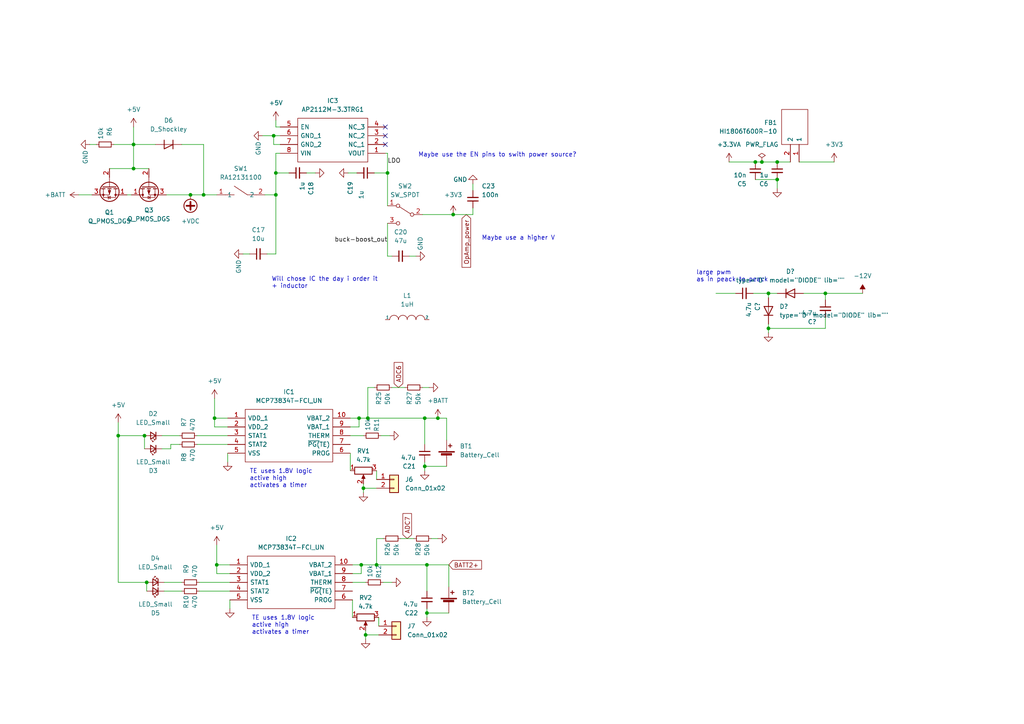
<source format=kicad_sch>
(kicad_sch (version 20211123) (generator eeschema)
  (paper "A4")
  (lib_symbols
    (symbol "Connector_Generic:Conn_01x02" (pin_names (offset 1.016) hide)
      (property "Reference" "J" (at 0 2.54 0))
      (property "Value" "Conn_01x02" (at 0 -5.08 0))
      (symbol "Conn_01x02_1_1"
        (rectangle (start -1.27 -2.413) (end 0 -2.667) (stroke (width 0.1524)))
        (rectangle (start -1.27 0.127) (end 0 -0.127) (stroke (width 0.1524)))
        (rectangle (start -1.27 1.27) (end 1.27 -3.81) (stroke (width 0.254)) (fill (type background)))
        (pin passive line (at -5.08 0 0) (length 3.81) (name "Pin_1") (number "1"))
        (pin passive line (at -5.08 -2.54 0) (length 3.81) (name "Pin_2") (number "2"))
      )
    )
    (symbol "Device:Battery_Cell" (pin_numbers hide) (pin_names (offset 0) hide)
      (property "Reference" "BT" (at 2.54 2.54 0))
      (property "Value" "Battery_Cell" (at 2.54 0 0))
      (symbol "Battery_Cell_0_1"
        (rectangle (start -2.286 1.778) (end 2.286 1.524) (fill (type outline)))
        (rectangle (start -1.5748 1.1938) (end 1.4732 0.6858) (fill (type outline)))
        (polyline (pts (xy 0 0.762) (xy 0 0)))
        (polyline (pts (xy 0 1.778) (xy 0 2.54)))
        (polyline (pts (xy 0.508 3.429) (xy 1.524 3.429)) (stroke (width 0.254)))
        (polyline (pts (xy 1.016 3.937) (xy 1.016 2.921)) (stroke (width 0.254)))
      )
      (symbol "Battery_Cell_1_1"
        (pin passive line (at 0 5.08 270) (length 2.54) (name "+") (number "1"))
        (pin passive line (at 0 -2.54 90) (length 2.54) (name "-") (number "2"))
      )
    )
    (symbol "Device:C_Small" (pin_numbers hide) (pin_names (offset 0.254) hide)
      (property "Reference" "C" (at 0.254 1.778 0))
      (property "Value" "C_Small" (at 0.254 -2.032 0))
      (symbol "C_Small_0_1"
        (polyline (pts (xy -1.524 -0.508) (xy 1.524 -0.508)) (stroke (width 0.3302)))
        (polyline (pts (xy -1.524 0.508) (xy 1.524 0.508)) (stroke (width 0.3048)))
      )
      (symbol "C_Small_1_1"
        (pin passive line (at 0 2.54 270) (length 2.032) (name "~") (number "1"))
        (pin passive line (at 0 -2.54 90) (length 2.032) (name "~") (number "2"))
      )
    )
    (symbol "Device:D_Shockley" (pin_numbers hide) (pin_names (offset 1.016) hide)
      (property "Reference" "D" (at 0 2.54 0))
      (property "Value" "D_Shockley" (at 0 -2.54 0))
      (symbol "D_Shockley_0_1"
        (polyline (pts (xy -1.27 0) (xy 1.27 0)))
        (polyline (pts (xy -1.27 1.27) (xy -1.27 -1.27)) (stroke (width 0.254)))
        (polyline (pts (xy -1.27 0) (xy 1.27 1.27) (xy 1.27 -1.27)) (stroke (width 0.254)))
      )
      (symbol "D_Shockley_1_1"
        (pin passive line (at -3.81 0 0) (length 2.54) (name "K") (number "1"))
        (pin passive line (at 3.81 0 180) (length 2.54) (name "A") (number "2"))
      )
    )
    (symbol "Device:LED_Small" (pin_numbers hide) (pin_names (offset 0.254) hide)
      (property "Reference" "D" (at -1.27 3.175 0))
      (property "Value" "LED_Small" (at -4.445 -2.54 0))
      (symbol "LED_Small_0_1"
        (polyline (pts (xy -0.762 -1.016) (xy -0.762 1.016)) (stroke (width 0.254)))
        (polyline (pts (xy 1.016 0) (xy -0.762 0)))
        (polyline (pts (xy 0.762 -1.016) (xy -0.762 0) (xy 0.762 1.016) (xy 0.762 -1.016)) (stroke (width 0.254)))
        (polyline (pts (xy 0 0.762) (xy -0.508 1.27) (xy -0.254 1.27) (xy -0.508 1.27) (xy -0.508 1.016)))
        (polyline (pts (xy 0.508 1.27) (xy 0 1.778) (xy 0.254 1.778) (xy 0 1.778) (xy 0 1.524)))
      )
      (symbol "LED_Small_1_1"
        (pin passive line (at -2.54 0 0) (length 1.778) (name "K") (number "1"))
        (pin passive line (at 2.54 0 180) (length 1.778) (name "A") (number "2"))
      )
    )
    (symbol "Device:Q_PMOS_DGS" (pin_names (offset 0) hide)
      (property "Reference" "Q" (at 5.08 1.27 0))
      (property "Value" "Q_PMOS_DGS" (at 5.08 -1.27 0))
      (symbol "Q_PMOS_DGS_0_1"
        (polyline (pts (xy 0.254 0) (xy -2.54 0)))
        (polyline (pts (xy 0.254 1.905) (xy 0.254 -1.905)) (stroke (width 0.254)))
        (polyline (pts (xy 0.762 -1.27) (xy 0.762 -2.286)) (stroke (width 0.254)))
        (polyline (pts (xy 0.762 0.508) (xy 0.762 -0.508)) (stroke (width 0.254)))
        (polyline (pts (xy 0.762 2.286) (xy 0.762 1.27)) (stroke (width 0.254)))
        (polyline (pts (xy 2.54 2.54) (xy 2.54 1.778)))
        (polyline (pts (xy 2.54 -2.54) (xy 2.54 0) (xy 0.762 0)))
        (polyline (pts (xy 0.762 1.778) (xy 3.302 1.778) (xy 3.302 -1.778) (xy 0.762 -1.778)))
        (polyline (pts (xy 2.286 0) (xy 1.27 0.381) (xy 1.27 -0.381) (xy 2.286 0)) (fill (type outline)))
        (polyline (pts (xy 2.794 -0.508) (xy 2.921 -0.381) (xy 3.683 -0.381) (xy 3.81 -0.254)))
        (polyline (pts (xy 3.302 -0.381) (xy 2.921 0.254) (xy 3.683 0.254) (xy 3.302 -0.381)))
        (circle (center 1.651 0) (radius 2.794) (stroke (width 0.254)))
        (circle (center 2.54 -1.778) (radius 0.254) (fill (type outline)))
        (circle (center 2.54 1.778) (radius 0.254) (fill (type outline)))
      )
      (symbol "Q_PMOS_DGS_1_1"
        (pin passive line (at 2.54 5.08 270) (length 2.54) (name "D") (number "1"))
        (pin input line (at -5.08 0 0) (length 2.54) (name "G") (number "2"))
        (pin passive line (at 2.54 -5.08 90) (length 2.54) (name "S") (number "3"))
      )
    )
    (symbol "Device:R_Potentiometer" (pin_names (offset 1.016) hide)
      (property "Reference" "RV" (at -4.445 0 90))
      (property "Value" "R_Potentiometer" (at -2.54 0 90))
      (symbol "R_Potentiometer_0_1"
        (polyline (pts (xy 2.54 0) (xy 1.524 0)))
        (polyline (pts (xy 1.143 0) (xy 2.286 0.508) (xy 2.286 -0.508) (xy 1.143 0)) (fill (type outline)))
        (rectangle (start 1.016 2.54) (end -1.016 -2.54) (stroke (width 0.254)))
      )
      (symbol "R_Potentiometer_1_1"
        (pin passive line (at 0 3.81 270) (length 1.27) (name "1") (number "1"))
        (pin passive line (at 3.81 0 180) (length 1.27) (name "2") (number "2"))
        (pin passive line (at 0 -3.81 90) (length 1.27) (name "3") (number "3"))
      )
    )
    (symbol "Device:R_Small" (pin_numbers hide) (pin_names (offset 0.254) hide)
      (property "Reference" "R" (at 0.762 0.508 0))
      (property "Value" "R_Small" (at 0.762 -1.016 0))
      (symbol "R_Small_0_1"
        (rectangle (start -0.762 1.778) (end 0.762 -1.778) (stroke (width 0.2032)))
      )
      (symbol "R_Small_1_1"
        (pin passive line (at 0 2.54 270) (length 0.762) (name "~") (number "1"))
        (pin passive line (at 0 -2.54 90) (length 0.762) (name "~") (number "2"))
      )
    )
    (symbol "My_custom_lib:RA12131100"
      (property "Reference" "SW" (at 0 0 0))
      (property "Value" "RA12131100" (at 0 0 0))
      (symbol "RA12131100_0_1"
        (polyline (pts (xy -1.27 -2.54) (xy -5.08 0)))
        (polyline (pts (xy 1.27 -2.54) (xy -1.27 -2.54)))
        (polyline (pts (xy -7.62 -2.54) (xy -6.35 -2.54) (xy -5.08 -2.54)))
      )
      (symbol "RA12131100_1_1"
        (pin input line (at -10.16 -2.54 0) (length 2.54) (name "1") (number "1"))
        (pin input line (at 3.81 -2.54 180) (length 2.54) (name "2") (number "2"))
      )
    )
    (symbol "SamacSys_Parts:AP2112M-3.3TRG1" (pin_names (offset 0.762))
      (property "Reference" "IC" (at 26.67 7.62 0))
      (property "Value" "AP2112M-3.3TRG1" (at 26.67 5.08 0))
      (symbol "AP2112M-3.3TRG1_0_0"
        (pin passive line (at 0 0 0) (length 5.08) (name "VOUT") (number "1"))
        (pin passive line (at 0 -2.54 0) (length 5.08) (name "NC_1") (number "2"))
        (pin passive line (at 0 -5.08 0) (length 5.08) (name "NC_2") (number "3"))
        (pin passive line (at 0 -7.62 0) (length 5.08) (name "NC_3") (number "4"))
        (pin passive line (at 30.48 -7.62 180) (length 5.08) (name "EN") (number "5"))
        (pin passive line (at 30.48 -5.08 180) (length 5.08) (name "GND_1") (number "6"))
        (pin passive line (at 30.48 -2.54 180) (length 5.08) (name "GND_2") (number "7"))
        (pin passive line (at 30.48 0 180) (length 5.08) (name "VIN") (number "8"))
      )
      (symbol "AP2112M-3.3TRG1_0_1"
        (polyline (pts (xy 5.08 2.54) (xy 25.4 2.54) (xy 25.4 -10.16) (xy 5.08 -10.16) (xy 5.08 2.54)) (stroke (width 0.1524)))
      )
    )
    (symbol "SamacSys_Parts:HI1806T600R-10" (pin_names (offset 0.762))
      (property "Reference" "FB" (at 16.51 7.62 0))
      (property "Value" "HI1806T600R-10" (at 16.51 5.08 0))
      (symbol "HI1806T600R-10_0_0"
        (pin passive line (at 0 0 0) (length 5.08) (name "1") (number "1"))
        (pin passive line (at 0 -2.54 0) (length 5.08) (name "2") (number "2"))
      )
      (symbol "HI1806T600R-10_0_1"
        (polyline (pts (xy 5.08 2.54) (xy 15.24 2.54) (xy 15.24 -5.08) (xy 5.08 -5.08) (xy 5.08 2.54)) (stroke (width 0.1524)))
      )
    )
    (symbol "SamacSys_Parts:MCP73834T-FCI_UN" (pin_names (offset 0.762))
      (property "Reference" "IC" (at 31.75 7.62 0))
      (property "Value" "MCP73834T-FCI_UN" (at 31.75 5.08 0))
      (symbol "MCP73834T-FCI_UN_0_0"
        (pin passive line (at 0 0 0) (length 5.08) (name "VDD_1") (number "1"))
        (pin passive line (at 35.56 0 180) (length 5.08) (name "VBAT_2") (number "10"))
        (pin passive line (at 0 -2.54 0) (length 5.08) (name "VDD_2") (number "2"))
        (pin passive line (at 0 -5.08 0) (length 5.08) (name "STAT1") (number "3"))
        (pin passive line (at 0 -7.62 0) (length 5.08) (name "STAT2") (number "4"))
        (pin passive line (at 0 -10.16 0) (length 5.08) (name "VSS") (number "5"))
        (pin passive line (at 35.56 -10.16 180) (length 5.08) (name "PROG") (number "6"))
        (pin passive line (at 35.56 -7.62 180) (length 5.08) (name "~{PG(}TE)") (number "7"))
        (pin passive line (at 35.56 -5.08 180) (length 5.08) (name "THERM") (number "8"))
        (pin passive line (at 35.56 -2.54 180) (length 5.08) (name "VBAT_1") (number "9"))
      )
      (symbol "MCP73834T-FCI_UN_0_1"
        (polyline (pts (xy 5.08 2.54) (xy 30.48 2.54) (xy 30.48 -12.7) (xy 5.08 -12.7) (xy 5.08 2.54)) (stroke (width 0.1524)))
      )
    )
    (symbol "Simulation_SPICE:DIODE" (pin_numbers hide) (pin_names (offset 1.016) hide)
      (property "Reference" "D" (at 0 2.54 0))
      (property "Value" "DIODE" (at 0 -2.54 0))
      (symbol "DIODE_0_1"
        (polyline (pts (xy 1.27 0) (xy -1.27 0)))
        (polyline (pts (xy 1.27 1.27) (xy 1.27 -1.27)) (stroke (width 0.254)))
        (polyline (pts (xy -1.27 -1.27) (xy -1.27 1.27) (xy 1.27 0) (xy -1.27 -1.27)) (stroke (width 0.254)))
      )
      (symbol "DIODE_1_1"
        (pin passive line (at -3.81 0 0) (length 2.54) (name "A") (number "1"))
        (pin passive line (at 3.81 0 180) (length 2.54) (name "K") (number "2"))
      )
    )
    (symbol "Switch:SW_SPDT" (pin_names (offset 0) hide)
      (property "Reference" "SW" (at 0 4.318 0))
      (property "Value" "SW_SPDT" (at 0 -5.08 0))
      (symbol "SW_SPDT_0_0"
        (circle (center -2.032 0) (radius 0.508))
        (circle (center 2.032 -2.54) (radius 0.508))
      )
      (symbol "SW_SPDT_0_1"
        (polyline (pts (xy -1.524 0.254) (xy 1.651 2.286)))
        (circle (center 2.032 2.54) (radius 0.508))
      )
      (symbol "SW_SPDT_1_1"
        (pin passive line (at 5.08 2.54 180) (length 2.54) (name "A") (number "1"))
        (pin passive line (at -5.08 0 0) (length 2.54) (name "B") (number "2"))
        (pin passive line (at 5.08 -2.54 180) (length 2.54) (name "C") (number "3"))
      )
    )
    (symbol "power:+3.3V" (power) (pin_names (offset 0))
      (property "Value" "+3.3V" (at 0 3.556 0))
      (symbol "+3.3V_0_1"
        (polyline (pts (xy -0.762 1.27) (xy 0 2.54)))
        (polyline (pts (xy 0 0) (xy 0 2.54)))
        (polyline (pts (xy 0 2.54) (xy 0.762 1.27)))
      )
      (symbol "+3.3V_1_1"
        (pin power_in line (at 0 0 90) (length 0) hide (name "+3V3") (number "1"))
      )
    )
    (symbol "power:+3.3VA" (power) (pin_names (offset 0))
      (property "Value" "+3.3VA" (at 0 3.556 0))
      (symbol "+3.3VA_0_1"
        (polyline (pts (xy -0.762 1.27) (xy 0 2.54)))
        (polyline (pts (xy 0 0) (xy 0 2.54)))
        (polyline (pts (xy 0 2.54) (xy 0.762 1.27)))
      )
      (symbol "+3.3VA_1_1"
        (pin power_in line (at 0 0 90) (length 0) hide (name "+3.3VA") (number "1"))
      )
    )
    (symbol "power:+3V3" (power) (pin_names (offset 0))
      (property "Value" "+3V3" (at 0 3.556 0))
      (symbol "+3V3_0_1"
        (polyline (pts (xy -0.762 1.27) (xy 0 2.54)))
        (polyline (pts (xy 0 0) (xy 0 2.54)))
        (polyline (pts (xy 0 2.54) (xy 0.762 1.27)))
      )
      (symbol "+3V3_1_1"
        (pin power_in line (at 0 0 90) (length 0) hide (name "+3V3") (number "1"))
      )
    )
    (symbol "power:+5V" (power) (pin_names (offset 0))
      (property "Value" "+5V" (at 0 3.556 0))
      (symbol "+5V_0_1"
        (polyline (pts (xy -0.762 1.27) (xy 0 2.54)))
        (polyline (pts (xy 0 0) (xy 0 2.54)))
        (polyline (pts (xy 0 2.54) (xy 0.762 1.27)))
      )
      (symbol "+5V_1_1"
        (pin power_in line (at 0 0 90) (length 0) hide (name "+5V") (number "1"))
      )
    )
    (symbol "power:+BATT" (power) (pin_names (offset 0))
      (property "Value" "+BATT" (at 0 3.556 0))
      (symbol "+BATT_0_1"
        (polyline (pts (xy -0.762 1.27) (xy 0 2.54)))
        (polyline (pts (xy 0 0) (xy 0 2.54)))
        (polyline (pts (xy 0 2.54) (xy 0.762 1.27)))
      )
      (symbol "+BATT_1_1"
        (pin power_in line (at 0 0 90) (length 0) hide (name "+BATT") (number "1"))
      )
    )
    (symbol "power:+VDC" (power) (pin_names (offset 0))
      (property "Value" "+VDC" (at 0 6.35 0))
      (symbol "+VDC_0_1"
        (polyline (pts (xy -1.143 3.175) (xy 1.143 3.175)) (stroke (width 0.508)))
        (polyline (pts (xy 0 0) (xy 0 1.27)))
        (polyline (pts (xy 0 2.032) (xy 0 4.318)) (stroke (width 0.508)))
        (circle (center 0 3.175) (radius 1.905) (stroke (width 0.254)))
      )
      (symbol "+VDC_1_1"
        (pin power_in line (at 0 0 90) (length 0) hide (name "+VDC") (number "1"))
      )
    )
    (symbol "power:-12V" (power) (pin_names (offset 0))
      (property "Value" "-12V" (at 0 3.81 0))
      (symbol "-12V_0_0"
        (pin power_in line (at 0 0 90) (length 0) hide (name "-12V") (number "1"))
      )
      (symbol "-12V_0_1"
        (polyline (pts (xy 0 0) (xy 0 1.27) (xy 0.762 1.27) (xy 0 2.54) (xy -0.762 1.27) (xy 0 1.27)) (fill (type outline)))
      )
    )
    (symbol "power:GND" (power) (pin_names (offset 0))
      (property "Value" "GND" (at 0 -3.81 0))
      (symbol "GND_0_1"
        (polyline (pts (xy 0 0) (xy 0 -1.27) (xy 1.27 -1.27) (xy 0 -2.54) (xy -1.27 -1.27) (xy 0 -1.27)))
      )
      (symbol "GND_1_1"
        (pin power_in line (at 0 0 270) (length 0) hide (name "GND") (number "1"))
      )
    )
    (symbol "power:PWR_FLAG" (power) (pin_numbers hide) (pin_names (offset 0) hide)
      (property "Value" "PWR_FLAG" (at 0 3.81 0))
      (symbol "PWR_FLAG_0_0"
        (pin power_out line (at 0 0 90) (length 0) (name "pwr") (number "1"))
      )
      (symbol "PWR_FLAG_0_1"
        (polyline (pts (xy 0 0) (xy 0 1.27) (xy -1.016 1.905) (xy 0 2.54) (xy 1.016 1.905) (xy 0 1.27)))
      )
    )
    (symbol "pspice:INDUCTOR" (pin_numbers hide) (pin_names (offset 0))
      (property "Reference" "L" (at 0 2.54 0))
      (property "Value" "INDUCTOR" (at 0 -1.27 0))
      (symbol "INDUCTOR_0_1"
        (arc (start -2.54 0) (mid -3.81 1.27) (end -5.08 0))
        (arc (start 0 0) (mid -1.27 1.27) (end -2.54 0))
        (arc (start 2.54 0) (mid 1.27 1.27) (end 0 0))
        (arc (start 5.08 0) (mid 3.81 1.27) (end 2.54 0))
      )
      (symbol "INDUCTOR_1_1"
        (pin input line (at -6.35 0 0) (length 1.27) (name "1") (number "1"))
        (pin input line (at 6.35 0 180) (length 1.27) (name "2") (number "2"))
      )
    )
  )
  (junction (at 41.91 126.365))
  (junction (at 62.23 121.285))
  (junction (at 106.68 121.285))
  (junction (at 112.395 50.165))
  (junction (at 80.01 56.515))
  (junction (at 123.19 121.285))
  (junction (at 55.245 56.515))
  (junction (at 104.775 163.83))
  (junction (at 109.22 163.83))
  (junction (at 104.14 121.285))
  (junction (at 131.445 62.23))
  (junction (at 222.885 85.09))
  (junction (at 239.395 85.09))
  (junction (at 34.29 126.365))
  (junction (at 220.98 46.99))
  (junction (at 123.825 163.83))
  (junction (at 225.425 46.99))
  (junction (at 127 121.285))
  (junction (at 42.545 168.91))
  (junction (at 79.375 39.37))
  (junction (at 123.825 177.8))
  (junction (at 219.075 46.99))
  (junction (at 105.41 141.605))
  (junction (at 225.425 52.07))
  (junction (at 59.055 56.515))
  (junction (at 38.735 41.91))
  (junction (at 80.01 50.165))
  (junction (at 106.045 184.15))
  (junction (at 38.735 48.895))
  (junction (at 62.865 163.83))
  (junction (at 123.19 135.255))
  (junction (at 222.885 95.25))
  (no_connect (at 111.76 41.91))
  (no_connect (at 111.76 39.37))
  (no_connect (at 111.76 36.83))
  (wire (pts (xy 105.41 140.335) (xy 105.41 141.605)))
  (wire (pts (xy 123.825 163.83) (xy 130.175 163.83)))
  (wire (pts (xy 123.19 121.285) (xy 127 121.285)))
  (wire (pts (xy 62.865 163.83) (xy 62.865 166.37)))
  (wire (pts (xy 80.01 36.83) (xy 81.28 36.83)))
  (wire (pts (xy 42.545 168.91) (xy 42.545 171.45)))
  (wire (pts (xy 123.825 176.53) (xy 123.825 177.8)))
  (wire (pts (xy 106.045 184.15) (xy 109.855 184.15)))
  (wire (pts (xy 229.235 46.99) (xy 225.425 46.99)))
  (wire (pts (xy 102.235 173.99) (xy 102.235 179.07)))
  (wire (pts (xy 102.235 166.37) (xy 104.775 166.37)))
  (wire (pts (xy 112.395 50.165) (xy 108.585 50.165)))
  (wire (pts (xy 57.15 128.905) (xy 66.04 128.905)))
  (wire (pts (xy 62.865 163.83) (xy 62.865 158.115)))
  (wire (pts (xy 123.19 133.985) (xy 123.19 135.255)))
  (wire (pts (xy 88.9 50.165) (xy 91.44 50.165)))
  (wire (pts (xy 101.6 126.365) (xy 105.41 126.365)))
  (wire (pts (xy 111.125 168.91) (xy 113.665 168.91)))
  (wire (pts (xy 137.16 55.245) (xy 137.16 53.34)))
  (wire (pts (xy 225.425 52.07) (xy 219.075 52.07)))
  (wire (pts (xy 233.045 85.09) (xy 239.395 85.09)))
  (wire (pts (xy 22.86 56.515) (xy 26.67 56.515)))
  (wire (pts (xy 80.01 50.165) (xy 80.01 56.515)))
  (wire (pts (xy 116.205 156.21) (xy 120.015 156.21)))
  (wire (pts (xy 38.735 41.91) (xy 38.735 48.895)))
  (wire (pts (xy 31.75 48.895) (xy 38.735 48.895)))
  (wire (pts (xy 106.68 112.395) (xy 108.585 112.395)))
  (wire (pts (xy 66.04 123.825) (xy 62.23 123.825)))
  (wire (pts (xy 129.54 121.285) (xy 129.54 127.635)))
  (wire (pts (xy 62.23 121.285) (xy 62.23 115.57)))
  (wire (pts (xy 34.29 126.365) (xy 41.91 126.365)))
  (wire (pts (xy 80.01 34.925) (xy 80.01 36.83)))
  (wire (pts (xy 123.19 128.905) (xy 123.19 121.285)))
  (wire (pts (xy 110.49 126.365) (xy 113.03 126.365)))
  (wire (pts (xy 42.545 168.91) (xy 34.29 168.91)))
  (wire (pts (xy 55.245 56.515) (xy 48.26 56.515)))
  (wire (pts (xy 239.395 95.25) (xy 222.885 95.25)))
  (wire (pts (xy 106.045 184.15) (xy 106.045 185.42)))
  (wire (pts (xy 112.395 74.295) (xy 113.665 74.295)))
  (wire (pts (xy 211.455 46.99) (xy 219.075 46.99)))
  (wire (pts (xy 81.28 41.91) (xy 79.375 41.91)))
  (wire (pts (xy 113.665 112.395) (xy 117.475 112.395)))
  (wire (pts (xy 218.44 85.09) (xy 222.885 85.09)))
  (wire (pts (xy 62.23 121.285) (xy 66.04 121.285)))
  (wire (pts (xy 130.175 163.83) (xy 130.175 170.18)))
  (wire (pts (xy 59.055 56.515) (xy 62.865 56.515)))
  (wire (pts (xy 103.505 50.165) (xy 100.965 50.165)))
  (wire (pts (xy 76.2 39.37) (xy 79.375 39.37)))
  (wire (pts (xy 239.395 85.09) (xy 250.19 85.09)))
  (wire (pts (xy 109.22 163.83) (xy 109.22 156.21)))
  (wire (pts (xy 80.01 50.165) (xy 83.82 50.165)))
  (wire (pts (xy 109.22 156.21) (xy 111.125 156.21)))
  (wire (pts (xy 72.39 73.66) (xy 70.485 73.66)))
  (wire (pts (xy 34.29 126.365) (xy 34.29 168.91)))
  (wire (pts (xy 66.675 166.37) (xy 62.865 166.37)))
  (wire (pts (xy 118.745 74.295) (xy 120.65 74.295)))
  (wire (pts (xy 123.825 177.8) (xy 123.825 179.07)))
  (wire (pts (xy 59.055 56.515) (xy 55.245 56.515)))
  (wire (pts (xy 49.53 128.905) (xy 52.07 128.905)))
  (wire (pts (xy 222.885 85.09) (xy 225.425 85.09)))
  (wire (pts (xy 225.425 52.07) (xy 225.425 54.61)))
  (wire (pts (xy 41.91 126.365) (xy 41.91 130.175)))
  (wire (pts (xy 122.555 62.23) (xy 131.445 62.23)))
  (wire (pts (xy 239.395 92.075) (xy 239.395 95.25)))
  (wire (pts (xy 104.14 121.285) (xy 106.68 121.285)))
  (wire (pts (xy 106.045 182.88) (xy 106.045 184.15)))
  (wire (pts (xy 104.775 163.83) (xy 102.235 163.83)))
  (wire (pts (xy 79.375 39.37) (xy 79.375 41.91)))
  (wire (pts (xy 106.68 121.285) (xy 106.68 112.395)))
  (wire (pts (xy 102.235 168.91) (xy 106.045 168.91)))
  (wire (pts (xy 109.855 179.07) (xy 109.855 181.61)))
  (wire (pts (xy 112.395 64.77) (xy 112.395 74.295)))
  (wire (pts (xy 104.14 121.285) (xy 101.6 121.285)))
  (wire (pts (xy 222.885 93.98) (xy 222.885 95.25)))
  (wire (pts (xy 38.735 41.91) (xy 45.085 41.91)))
  (wire (pts (xy 27.94 41.91) (xy 26.035 41.91)))
  (wire (pts (xy 101.6 131.445) (xy 101.6 136.525)))
  (wire (pts (xy 123.825 177.8) (xy 130.175 177.8)))
  (wire (pts (xy 66.04 131.445) (xy 66.04 133.985)))
  (wire (pts (xy 80.01 56.515) (xy 80.01 73.66)))
  (wire (pts (xy 57.785 171.45) (xy 66.675 171.45)))
  (wire (pts (xy 106.68 121.285) (xy 123.19 121.285)))
  (wire (pts (xy 52.705 41.91) (xy 59.055 41.91)))
  (wire (pts (xy 57.785 168.91) (xy 66.675 168.91)))
  (wire (pts (xy 79.375 39.37) (xy 81.28 39.37)))
  (wire (pts (xy 112.395 44.45) (xy 112.395 50.165)))
  (wire (pts (xy 34.29 122.555) (xy 34.29 126.365)))
  (wire (pts (xy 77.47 73.66) (xy 80.01 73.66)))
  (wire (pts (xy 104.775 163.83) (xy 109.22 163.83)))
  (wire (pts (xy 76.835 56.515) (xy 80.01 56.515)))
  (wire (pts (xy 81.28 44.45) (xy 80.01 44.45)))
  (wire (pts (xy 220.98 46.99) (xy 225.425 46.99)))
  (wire (pts (xy 125.095 156.21) (xy 127 156.21)))
  (wire (pts (xy 47.625 168.91) (xy 52.705 168.91)))
  (wire (pts (xy 38.1 56.515) (xy 36.83 56.515)))
  (wire (pts (xy 239.395 85.09) (xy 239.395 86.995)))
  (wire (pts (xy 123.825 171.45) (xy 123.825 163.83)))
  (wire (pts (xy 57.15 126.365) (xy 66.04 126.365)))
  (wire (pts (xy 38.735 36.83) (xy 38.735 41.91)))
  (wire (pts (xy 62.23 121.285) (xy 62.23 123.825)))
  (wire (pts (xy 111.76 44.45) (xy 112.395 44.45)))
  (wire (pts (xy 105.41 141.605) (xy 109.22 141.605)))
  (wire (pts (xy 101.6 123.825) (xy 104.14 123.825)))
  (wire (pts (xy 105.41 141.605) (xy 105.41 142.875)))
  (wire (pts (xy 66.675 173.99) (xy 66.675 176.53)))
  (wire (pts (xy 122.555 112.395) (xy 124.46 112.395)))
  (wire (pts (xy 127 121.285) (xy 129.54 121.285)))
  (wire (pts (xy 49.53 130.175) (xy 49.53 128.905)))
  (wire (pts (xy 109.22 163.83) (xy 123.825 163.83)))
  (wire (pts (xy 109.22 136.525) (xy 109.22 139.065)))
  (wire (pts (xy 222.885 95.25) (xy 222.885 96.52)))
  (wire (pts (xy 222.885 85.09) (xy 222.885 86.36)))
  (wire (pts (xy 59.055 41.91) (xy 59.055 56.515)))
  (wire (pts (xy 137.16 60.325) (xy 137.16 62.23)))
  (wire (pts (xy 123.19 135.255) (xy 129.54 135.255)))
  (wire (pts (xy 104.775 166.37) (xy 104.775 163.83)))
  (wire (pts (xy 123.19 135.255) (xy 123.19 136.525)))
  (wire (pts (xy 46.99 126.365) (xy 52.07 126.365)))
  (wire (pts (xy 46.99 130.175) (xy 49.53 130.175)))
  (wire (pts (xy 38.735 48.895) (xy 43.18 48.895)))
  (wire (pts (xy 104.14 123.825) (xy 104.14 121.285)))
  (wire (pts (xy 231.775 46.99) (xy 241.935 46.99)))
  (wire (pts (xy 80.01 44.45) (xy 80.01 50.165)))
  (wire (pts (xy 47.625 171.45) (xy 52.705 171.45)))
  (wire (pts (xy 207.645 85.09) (xy 213.36 85.09)))
  (wire (pts (xy 131.445 62.23) (xy 137.16 62.23)))
  (wire (pts (xy 62.865 163.83) (xy 66.675 163.83)))
  (wire (pts (xy 33.02 41.91) (xy 38.735 41.91)))
  (wire (pts (xy 112.395 50.165) (xy 112.395 59.69)))
  (wire (pts (xy 220.98 46.99) (xy 219.075 46.99)))
  (text "TE uses 1.8V logic\nactive high\nactivates a timer" (at 72.39 141.605 0) (effects (font (size 1.27 1.27)) (justify left bottom)))
  (text "Maybe use the EN pins to swith power source?" (at 121.285 45.72 0) (effects (font (size 1.27 1.27)) (justify left bottom)))
  (text "large pwm\nas in peack to peack" (at 201.93 81.915 0) (effects (font (size 1.27 1.27)) (justify left bottom)))
  (text "TE uses 1.8V logic\nactive high\nactivates a timer" (at 73.025 184.15 0) (effects (font (size 1.27 1.27)) (justify left bottom)))
  (text "Will chose IC the day i order it\n+ inductor" (at 78.74 83.82 0) (effects (font (size 1.27 1.27)) (justify left bottom)))
  (text "Maybe use a higher V " (at 139.7 69.85 0) (effects (font (size 1.27 1.27)) (justify left bottom)))
  (label "LDO" (at 112.395 47.625 0))
  (label "buck-boost_out" (at 112.395 70.485 180))
  (global_label "BATT2+" (shape input) (at 130.175 163.83 0) (property "Intersheet References" "${INTERSHEET_REFS}" (effects hide)))
  (global_label "OpAmp_power" (shape input) (at 135.255 62.23 270) (property "Intersheet References" "${INTERSHEET_REFS}" (effects hide)))
  (global_label "ADC7" (shape input) (at 118.11 156.21 90) (property "Intersheet References" "${INTERSHEET_REFS}" (effects hide)))
  (global_label "ADC6" (shape input) (at 115.57 112.395 90) (property "Intersheet References" "${INTERSHEET_REFS}" (effects hide)))
  (symbol (lib_id "power:GND") (at 91.44 50.165 90) (mirror x) (unit 1)
    (property "Reference" "#PWR0157" (effects hide))
    (property "Value" "GND" (effects hide))
  )
  (symbol (lib_id "Device:Battery_Cell") (at 130.175 175.26 0) (unit 1)
    (property "Reference" "BT2" (at 133.985 171.9579 0) (effects (justify left)))
    (property "Value" "Battery_Cell" (at 133.985 174.4979 0) (effects (justify left)))
    (property "Footprint" "Connector_PinHeader_2.54mm:PinHeader_1x02_P2.54mm_Vertical" (effects hide))
  )
  (symbol (lib_id "Device:R_Small") (at 54.61 128.905 90) (mirror x) (unit 1)
    (property "Reference" "R8" (at 53.34 133.985 0) (effects (justify right)))
    (property "Value" "470" (at 55.88 133.985 0) (effects (justify right)))
    (property "Footprint" "Resistor_SMD:R_0603_1608Metric_Pad0.98x0.95mm_HandSolder" (effects hide))
  )
  (symbol (lib_id "Device:LED_Small") (at 44.45 130.175 180) (unit 1)
    (property "Reference" "D3" (at 44.45 136.525 0))
    (property "Value" "LED_Small" (at 44.45 133.985 0))
    (property "Footprint" "LED_SMD:LED_0603_1608Metric_Pad1.05x0.95mm_HandSolder" (effects hide))
  )
  (symbol (lib_id "power:GND") (at 124.46 112.395 90) (unit 1)
    (property "Reference" "#PWR05" (effects hide))
    (property "Value" "GND" (effects hide))
  )
  (symbol (lib_id "Device:D_Shockley") (at 48.895 41.91 180) (unit 1)
    (property "Reference" "D6" (at 48.895 34.925 0))
    (property "Value" "D_Shockley" (at 48.895 37.465 0))
    (property "Footprint" "Diode_THT:D_A-405_P12.70mm_Horizontal" (effects hide))
  )
  (symbol (lib_id "power:+3.3VA") (at 211.455 46.99 0) (mirror y) (unit 1)
    (property "Reference" "#PWR07" (effects hide))
    (property "Value" "+3.3VA" (at 211.455 41.91 0))
  )
  (symbol (lib_id "power:GND") (at 127 156.21 90) (unit 1)
    (property "Reference" "#PWR06" (effects hide))
    (property "Value" "GND" (effects hide))
  )
  (symbol (lib_id "power:GND") (at 120.65 74.295 90) (unit 1)
    (property "Reference" "#PWR0153" (effects hide))
    (property "Value" "GND" (at 121.92 68.58 0) (effects (justify right)))
  )
  (symbol (lib_id "power:+VDC") (at 55.245 56.515 180) (unit 1)
    (property "Reference" "#PWR0160" (effects hide))
    (property "Value" "+VDC" (at 55.245 64.135 0))
  )
  (symbol (lib_id "Device:R_Small") (at 113.665 156.21 90) (mirror x) (unit 1)
    (property "Reference" "R26" (at 112.395 161.29 0) (effects (justify right)))
    (property "Value" "50k" (at 114.935 161.29 0) (effects (justify right)))
    (property "Footprint" "Resistor_SMD:R_0603_1608Metric_Pad0.98x0.95mm_HandSolder" (effects hide))
  )
  (symbol (lib_id "Device:R_Small") (at 120.015 112.395 90) (mirror x) (unit 1)
    (property "Reference" "R27" (at 118.745 117.475 0) (effects (justify right)))
    (property "Value" "50k" (at 121.285 117.475 0) (effects (justify right)))
    (property "Footprint" "Resistor_SMD:R_0603_1608Metric_Pad0.98x0.95mm_HandSolder" (effects hide))
  )
  (symbol (lib_id "power:+5V") (at 62.865 158.115 0) (unit 1)
    (property "Reference" "#PWR0143" (effects hide))
    (property "Value" "+5V" (at 62.865 153.035 0))
  )
  (symbol (lib_id "Device:C_Small") (at 106.045 50.165 270) (mirror x) (unit 1)
    (property "Reference" "C19" (at 101.6 56.515 0) (effects (justify left)))
    (property "Value" "1u" (at 104.775 57.785 0) (effects (justify left)))
    (property "Footprint" "Capacitor_SMD:C_0603_1608Metric_Pad1.08x0.95mm_HandSolder" (effects hide))
  )
  (symbol (lib_id "pspice:INDUCTOR") (at 118.11 92.71 0) (unit 1)
    (property "Reference" "L1" (at 118.11 85.725 0))
    (property "Value" "1uH" (at 118.11 88.265 0))
  )
  (symbol (lib_id "Device:C_Small") (at 74.93 73.66 90) (unit 1)
    (property "Reference" "C17" (at 74.9363 66.675 90))
    (property "Value" "10u" (at 74.9363 69.215 90))
  )
  (symbol (lib_id "My_custom_lib:RA12131100") (at 73.025 53.975 0) (unit 1)
    (property "Reference" "SW1" (at 69.85 48.895 0))
    (property "Value" "RA12131100" (at 69.85 51.435 0))
    (property "Datasheet" "https://ro.mouser.com/ProductDetail/612-RA12131100" (effects hide))
  )
  (symbol (lib_id "SamacSys_Parts:MCP73834T-FCI_UN") (at 66.675 163.83 0) (unit 1)
    (property "Reference" "IC2" (at 84.455 156.21 0))
    (property "Value" "MCP73834T-FCI_UN" (at 84.455 158.75 0))
    (property "Footprint" "SamacSys_Parts:SOP50P490X110-10N" (effects hide))
    (property "Datasheet" "http://www.microchip.com/mymicrochip/filehandler.aspx?ddocname=en027983" (effects hide))
    (property "Description" "Battery Management Charge Management Controllers" (effects hide))
    (property "Height" "1.1" (effects hide))
    (property "Mouser Part Number" "579-MCP73834T-FCI/UN" (effects hide))
    (property "Mouser Price/Stock" "https://www.mouser.co.uk/ProductDetail/Microchip-Technology/MCP73834T-FCI-UN?qs=jZi1jxfVU96a9W8V17k8Cg%3D%3D" (effects hide))
    (property "Manufacturer_Name" "Microchip" (effects hide))
    (property "Manufacturer_Part_Number" "MCP73834T-FCI/UN" (effects hide))
  )
  (symbol (lib_id "power:GND") (at 113.03 126.365 90) (mirror x) (unit 1)
    (property "Reference" "#PWR0151" (effects hide))
    (property "Value" "GND" (effects hide))
  )
  (symbol (lib_id "Simulation_SPICE:DIODE") (at 229.235 85.09 180) (unit 1)
    (property "Reference" "D?" (at 229.235 78.74 0))
    (property "Value" "DIODE" (at 229.235 81.28 0))
    (property "Spice_Netlist_Enabled" "Y" (effects hide))
    (property "Spice_Primitive" "D" (effects hide))
  )
  (symbol (lib_id "power:GND") (at 137.16 53.34 180) (unit 1)
    (property "Reference" "#PWR0155" (effects hide))
    (property "Value" "GND" (at 131.445 52.07 0) (effects (justify right)))
  )
  (symbol (lib_id "power:GND") (at 123.825 179.07 0) (mirror y) (unit 1)
    (property "Reference" "#PWR0147" (effects hide))
    (property "Value" "GND" (effects hide))
  )
  (symbol (lib_id "power:GND") (at 66.675 176.53 0) (unit 1)
    (property "Reference" "#PWR0142" (effects hide))
    (property "Value" "GND" (effects hide))
  )
  (symbol (lib_id "Device:C_Small") (at 123.19 131.445 0) (mirror y) (unit 1)
    (property "Reference" "C21" (at 120.65 135.255 0) (effects (justify left)))
    (property "Value" "4.7u" (at 120.65 132.715 0) (effects (justify left)))
    (property "Footprint" "Capacitor_SMD:C_0603_1608Metric_Pad1.08x0.95mm_HandSolder" (effects hide))
  )
  (symbol (lib_id "SamacSys_Parts:HI1806T600R-10") (at 231.775 46.99 270) (mirror x) (unit 1)
    (property "Reference" "FB1" (at 225.425 35.5599 90) (effects (justify right)))
    (property "Value" "HI1806T600R-10" (at 225.425 38.0999 90) (effects (justify right)))
    (property "Footprint" "SamacSys_Parts:BEADC4516X185N" (effects hide))
    (property "Datasheet" "https://componentsearchengine.com/Datasheets/2/HI1806T600R-10.pdf" (effects hide))
    (property "Description" "FERRITE BEAD 60 OHM 1806 1LN" (effects hide))
    (property "Height" "1.85" (effects hide))
    (property "Mouser Part Number" "875-HI1806T600R-10" (effects hide))
    (property "Mouser Price/Stock" "https://www.mouser.com/Search/Refine.aspx?Keyword=875-HI1806T600R-10" (effects hide))
    (property "Manufacturer_Name" "Laird Technologies" (effects hide))
    (property "Manufacturer_Part_Number" "HI1806T600R-10" (effects hide))
  )
  (symbol (lib_id "SamacSys_Parts:MCP73834T-FCI_UN") (at 66.04 121.285 0) (unit 1)
    (property "Reference" "IC1" (at 83.82 113.665 0))
    (property "Value" "MCP73834T-FCI_UN" (at 83.82 116.205 0))
    (property "Footprint" "SamacSys_Parts:SOP50P490X110-10N" (effects hide))
    (property "Datasheet" "http://www.microchip.com/mymicrochip/filehandler.aspx?ddocname=en027983" (effects hide))
    (property "Description" "Battery Management Charge Management Controllers" (effects hide))
    (property "Height" "1.1" (effects hide))
    (property "Mouser Part Number" "579-MCP73834T-FCI/UN" (effects hide))
    (property "Mouser Price/Stock" "https://www.mouser.co.uk/ProductDetail/Microchip-Technology/MCP73834T-FCI-UN?qs=jZi1jxfVU96a9W8V17k8Cg%3D%3D" (effects hide))
    (property "Manufacturer_Name" "Microchip" (effects hide))
    (property "Manufacturer_Part_Number" "MCP73834T-FCI/UN" (effects hide))
  )
  (symbol (lib_id "Device:R_Potentiometer") (at 106.045 179.07 90) (mirror x) (unit 1)
    (property "Reference" "RV2" (at 106.045 173.355 90))
    (property "Value" "4.7k" (at 106.045 175.895 90))
    (property "Footprint" "Z_mycustom_footprint_lib:2002102255" (effects hide))
  )
  (symbol (lib_id "power:+3.3V") (at 241.935 46.99 0) (mirror y) (unit 1)
    (property "Reference" "#PWR09" (effects hide))
    (property "Value" "+3.3V" (at 241.935 41.91 0))
  )
  (symbol (lib_id "Device:R_Small") (at 107.95 126.365 270) (mirror x) (unit 1)
    (property "Reference" "R11" (at 109.22 121.285 0) (effects (justify right)))
    (property "Value" "10k" (at 106.68 121.285 0) (effects (justify right)))
    (property "Footprint" "Resistor_SMD:R_0603_1608Metric_Pad0.98x0.95mm_HandSolder" (effects hide))
  )
  (symbol (lib_id "Device:Q_PMOS_DGS") (at 31.75 53.975 270) (unit 1)
    (property "Reference" "Q1" (at 31.75 61.595 90))
    (property "Value" "Q_PMOS_DGS" (at 31.75 64.135 90))
  )
  (symbol (lib_id "Connector_Generic:Conn_01x02") (at 114.3 139.065 0) (unit 1)
    (property "Reference" "J6" (at 117.475 139.0649 0) (effects (justify left)))
    (property "Value" "Conn_01x02" (at 117.475 141.6049 0) (effects (justify left)))
    (property "Footprint" "Connector_PinHeader_2.54mm:PinHeader_1x02_P2.54mm_Vertical" (effects hide))
  )
  (symbol (lib_id "Device:R_Small") (at 108.585 168.91 270) (mirror x) (unit 1)
    (property "Reference" "R12" (at 109.855 163.83 0) (effects (justify right)))
    (property "Value" "10k" (at 107.315 163.83 0) (effects (justify right)))
    (property "Footprint" "Resistor_SMD:R_0603_1608Metric_Pad0.98x0.95mm_HandSolder" (effects hide))
  )
  (symbol (lib_id "Device:R_Small") (at 30.48 41.91 270) (mirror x) (unit 1)
    (property "Reference" "R6" (at 31.75 36.83 0) (effects (justify right)))
    (property "Value" "10k" (at 29.21 36.83 0) (effects (justify right)))
    (property "Footprint" "Resistor_SMD:R_0603_1608Metric_Pad0.98x0.95mm_HandSolder" (effects hide))
  )
  (symbol (lib_id "Switch:SW_SPDT") (at 117.475 62.23 0) (mirror y) (unit 1)
    (property "Reference" "SW2" (at 117.475 53.975 0))
    (property "Value" "SW_SPDT" (at 117.475 56.515 0))
  )
  (symbol (lib_id "Device:C_Small") (at 219.075 49.53 0) (mirror y) (unit 1)
    (property "Reference" "C5" (at 216.535 53.34 0) (effects (justify left)))
    (property "Value" "10n" (at 216.535 50.8 0) (effects (justify left)))
    (property "Footprint" "Capacitor_SMD:C_0603_1608Metric_Pad1.08x0.95mm_HandSolder" (effects hide))
  )
  (symbol (lib_id "Device:LED_Small") (at 44.45 126.365 180) (unit 1)
    (property "Reference" "D2" (at 44.3865 120.015 0))
    (property "Value" "LED_Small" (at 44.3865 122.555 0))
    (property "Footprint" "LED_SMD:LED_0603_1608Metric_Pad1.05x0.95mm_HandSolder" (effects hide))
  )
  (symbol (lib_id "Device:R_Potentiometer") (at 105.41 136.525 90) (mirror x) (unit 1)
    (property "Reference" "RV1" (at 105.41 130.81 90))
    (property "Value" "4.7k" (at 105.41 133.35 90))
    (property "Footprint" "Z_mycustom_footprint_lib:2002102255" (effects hide))
  )
  (symbol (lib_id "Device:Q_PMOS_DGS") (at 43.18 53.975 90) (mirror x) (unit 1)
    (property "Reference" "Q3" (at 43.18 60.96 90))
    (property "Value" "Q_PMOS_DGS" (at 43.18 63.5 90))
  )
  (symbol (lib_id "Device:C_Small") (at 137.16 57.785 0) (mirror x) (unit 1)
    (property "Reference" "C23" (at 139.7 53.975 0) (effects (justify left)))
    (property "Value" "100n" (at 139.7 56.515 0) (effects (justify left)))
    (property "Footprint" "Capacitor_SMD:C_0603_1608Metric_Pad1.08x0.95mm_HandSolder" (effects hide))
  )
  (symbol (lib_id "power:+3V3") (at 131.445 62.23 0) (unit 1)
    (property "Reference" "#PWR0154" (effects hide))
    (property "Value" "+3V3" (at 131.445 56.515 0))
  )
  (symbol (lib_id "Device:C_Small") (at 239.395 89.535 0) (mirror y) (unit 1)
    (property "Reference" "C?" (at 236.855 93.345 0) (effects (justify left)))
    (property "Value" "4.7u" (at 236.855 90.805 0) (effects (justify left)))
    (property "Footprint" "Capacitor_SMD:C_0603_1608Metric_Pad1.08x0.95mm_HandSolder" (effects hide))
  )
  (symbol (lib_id "power:GND") (at 100.965 50.165 270) (mirror x) (unit 1)
    (property "Reference" "#PWR0156" (effects hide))
    (property "Value" "GND" (effects hide))
  )
  (symbol (lib_id "power:GND") (at 106.045 185.42 0) (mirror y) (unit 1)
    (property "Reference" "#PWR0146" (effects hide))
    (property "Value" "GND" (effects hide))
  )
  (symbol (lib_id "Device:Battery_Cell") (at 129.54 132.715 0) (unit 1)
    (property "Reference" "BT1" (at 133.35 129.4129 0) (effects (justify left)))
    (property "Value" "Battery_Cell" (at 133.35 131.9529 0) (effects (justify left)))
    (property "Footprint" "Connector_PinHeader_2.54mm:PinHeader_1x02_P2.54mm_Vertical" (effects hide))
  )
  (symbol (lib_id "power:GND") (at 105.41 142.875 0) (mirror y) (unit 1)
    (property "Reference" "#PWR0150" (effects hide))
    (property "Value" "GND" (effects hide))
  )
  (symbol (lib_id "power:GND") (at 123.19 136.525 0) (mirror y) (unit 1)
    (property "Reference" "#PWR0152" (effects hide))
    (property "Value" "GND" (effects hide))
  )
  (symbol (lib_id "Device:R_Small") (at 55.245 168.91 90) (mirror x) (unit 1)
    (property "Reference" "R9" (at 53.975 166.37 0) (effects (justify right)))
    (property "Value" "470" (at 56.515 167.64 0) (effects (justify right)))
    (property "Footprint" "Resistor_SMD:R_0603_1608Metric_Pad0.98x0.95mm_HandSolder" (effects hide))
  )
  (symbol (lib_id "Connector_Generic:Conn_01x02") (at 114.935 181.61 0) (unit 1)
    (property "Reference" "J7" (at 118.11 181.6099 0) (effects (justify left)))
    (property "Value" "Conn_01x02" (at 118.11 184.1499 0) (effects (justify left)))
    (property "Footprint" "Connector_PinHeader_2.54mm:PinHeader_1x02_P2.54mm_Vertical" (effects hide))
  )
  (symbol (lib_id "power:GND") (at 70.485 73.66 270) (unit 1)
    (property "Reference" "#PWR0162" (effects hide))
    (property "Value" "GND" (at 69.215 79.375 0) (effects (justify right)))
  )
  (symbol (lib_id "power:+BATT") (at 127 121.285 0) (unit 1)
    (property "Reference" "#PWR0149" (effects hide))
    (property "Value" "+BATT" (at 127 116.205 0))
  )
  (symbol (lib_id "Device:R_Small") (at 54.61 126.365 90) (mirror x) (unit 1)
    (property "Reference" "R7" (at 53.34 123.825 0) (effects (justify right)))
    (property "Value" "470" (at 55.88 125.095 0) (effects (justify right)))
    (property "Footprint" "Resistor_SMD:R_0603_1608Metric_Pad0.98x0.95mm_HandSolder" (effects hide))
  )
  (symbol (lib_id "power:GND") (at 225.425 54.61 0) (mirror y) (unit 1)
    (property "Reference" "#PWR08" (effects hide))
    (property "Value" "GND" (effects hide))
  )
  (symbol (lib_id "power:+5V") (at 34.29 122.555 0) (unit 1)
    (property "Reference" "#PWR0145" (effects hide))
    (property "Value" "+5V" (at 34.29 117.475 0))
  )
  (symbol (lib_id "power:+5V") (at 38.735 36.83 0) (unit 1)
    (property "Reference" "#PWR0159" (effects hide))
    (property "Value" "+5V" (at 38.735 31.75 0))
  )
  (symbol (lib_id "Device:R_Small") (at 122.555 156.21 90) (mirror x) (unit 1)
    (property "Reference" "R28" (at 121.285 161.29 0) (effects (justify right)))
    (property "Value" "50k" (at 123.825 161.29 0) (effects (justify right)))
    (property "Footprint" "Resistor_SMD:R_0603_1608Metric_Pad0.98x0.95mm_HandSolder" (effects hide))
  )
  (symbol (lib_id "SamacSys_Parts:AP2112M-3.3TRG1") (at 111.76 44.45 180) (unit 1)
    (property "Reference" "IC3" (at 96.52 29.21 0))
    (property "Value" "AP2112M-3.3TRG1" (at 96.52 31.75 0))
    (property "Footprint" "SOIC127P600X170-8N" (effects hide))
    (property "Datasheet" "https://www.diodes.com/assets/Datasheets/AP2112.pdf" (effects hide))
    (property "Description" "LDO Voltage Regulators LDO CMOS HiCurr" (effects hide))
    (property "Height" "1.7" (effects hide))
    (property "Mouser Part Number" "621-AP2112M-3.3TRG1" (effects hide))
    (property "Mouser Price/Stock" "https://www.mouser.co.uk/ProductDetail/Diodes-Incorporated/AP2112M-33TRG1?qs=5V6w%252Be2aIqa1YM8VADFBsQ%3D%3D" (effects hide))
    (property "Manufacturer_Name" "Diodes Inc." (effects hide))
    (property "Manufacturer_Part_Number" "AP2112M-3.3TRG1" (effects hide))
  )
  (symbol (lib_id "power:GND") (at 76.2 39.37 270) (unit 1)
    (property "Reference" "#PWR0161" (effects hide))
    (property "Value" "GND" (at 74.93 45.085 0) (effects (justify right)))
  )
  (symbol (lib_id "Device:C_Small") (at 86.36 50.165 90) (mirror x) (unit 1)
    (property "Reference" "C18" (at 90.17 52.705 0) (effects (justify left)))
    (property "Value" "1u" (at 87.63 52.705 0) (effects (justify left)))
    (property "Footprint" "Capacitor_SMD:C_0603_1608Metric_Pad1.08x0.95mm_HandSolder" (effects hide))
  )
  (symbol (lib_id "power:PWR_FLAG") (at 220.98 46.99 0) (unit 1)
    (property "Reference" "#FLG01" (effects hide))
    (property "Value" "PWR_FLAG" (at 220.98 41.91 0))
  )
  (symbol (lib_id "Device:C_Small") (at 225.425 49.53 0) (mirror y) (unit 1)
    (property "Reference" "C6" (at 222.885 53.34 0) (effects (justify left)))
    (property "Value" "1u" (at 222.885 50.8 0) (effects (justify left)))
    (property "Footprint" "Capacitor_SMD:C_0603_1608Metric_Pad1.08x0.95mm_HandSolder" (effects hide))
  )
  (symbol (lib_id "power:GND") (at 113.665 168.91 90) (mirror x) (unit 1)
    (property "Reference" "#PWR0148" (effects hide))
    (property "Value" "GND" (effects hide))
  )
  (symbol (lib_id "power:+5V") (at 62.23 115.57 0) (unit 1)
    (property "Reference" "#PWR0144" (effects hide))
    (property "Value" "+5V" (at 62.23 110.49 0))
  )
  (symbol (lib_id "power:GND") (at 26.035 41.91 270) (unit 1)
    (property "Reference" "#PWR0163" (effects hide))
    (property "Value" "GND" (at 24.765 47.625 0) (effects (justify right)))
  )
  (symbol (lib_id "Device:LED_Small") (at 45.085 171.45 180) (unit 1)
    (property "Reference" "D5" (at 45.085 177.8 0))
    (property "Value" "LED_Small" (at 45.085 175.26 0))
    (property "Footprint" "LED_SMD:LED_0603_1608Metric_Pad1.05x0.95mm_HandSolder" (effects hide))
  )
  (symbol (lib_id "Device:C_Small") (at 215.9 85.09 90) (mirror x) (unit 1)
    (property "Reference" "C?" (at 219.71 87.63 0) (effects (justify left)))
    (property "Value" "4.7u" (at 217.17 87.63 0) (effects (justify left)))
    (property "Footprint" "Capacitor_SMD:C_0603_1608Metric_Pad1.08x0.95mm_HandSolder" (effects hide))
  )
  (symbol (lib_id "Device:R_Small") (at 55.245 171.45 90) (mirror x) (unit 1)
    (property "Reference" "R10" (at 53.975 176.53 0) (effects (justify right)))
    (property "Value" "470" (at 56.515 176.53 0) (effects (justify right)))
    (property "Footprint" "Resistor_SMD:R_0603_1608Metric_Pad0.98x0.95mm_HandSolder" (effects hide))
  )
  (symbol (lib_id "Simulation_SPICE:DIODE") (at 222.885 90.17 270) (unit 1)
    (property "Reference" "D?" (at 226.06 88.8999 90) (effects (justify left)))
    (property "Value" "DIODE" (at 226.06 91.4399 90) (effects (justify left)))
    (property "Spice_Netlist_Enabled" "Y" (effects hide))
    (property "Spice_Primitive" "D" (effects hide))
  )
  (symbol (lib_id "power:+5V") (at 80.01 34.925 0) (unit 1)
    (property "Reference" "#PWR0158" (effects hide))
    (property "Value" "+5V" (at 80.01 29.845 0))
  )
  (symbol (lib_id "power:+BATT") (at 22.86 56.515 90) (unit 1)
    (property "Reference" "#PWR0164" (effects hide))
    (property "Value" "+BATT" (at 19.05 56.5149 90) (effects (justify left)))
  )
  (symbol (lib_id "Device:LED_Small") (at 45.085 168.91 0) (mirror y) (unit 1)
    (property "Reference" "D4" (at 45.0215 161.925 0))
    (property "Value" "LED_Small" (at 45.0215 164.465 0))
    (property "Footprint" "LED_SMD:LED_0603_1608Metric_Pad1.05x0.95mm_HandSolder" (effects hide))
  )
  (symbol (lib_id "power:GND") (at 222.885 96.52 0) (unit 1)
    (property "Reference" "#PWR?" (effects hide))
    (property "Value" "GND" (effects hide))
  )
  (symbol (lib_id "Device:R_Small") (at 111.125 112.395 90) (mirror x) (unit 1)
    (property "Reference" "R25" (at 109.855 117.475 0) (effects (justify right)))
    (property "Value" "50k" (at 112.395 117.475 0) (effects (justify right)))
    (property "Footprint" "Resistor_SMD:R_0603_1608Metric_Pad0.98x0.95mm_HandSolder" (effects hide))
  )
  (symbol (lib_id "power:-12V") (at 250.19 85.09 0) (unit 1)
    (property "Reference" "#PWR?" (effects hide))
    (property "Value" "-12V" (at 250.19 80.01 0))
  )
  (symbol (lib_id "power:GND") (at 66.04 133.985 0) (unit 1)
    (property "Reference" "#PWR0141" (effects hide))
    (property "Value" "GND" (effects hide))
  )
  (symbol (lib_id "Device:C_Small") (at 123.825 173.99 0) (mirror y) (unit 1)
    (property "Reference" "C22" (at 121.285 177.8 0) (effects (justify left)))
    (property "Value" "4.7u" (at 121.285 175.26 0) (effects (justify left)))
    (property "Footprint" "Capacitor_SMD:C_0603_1608Metric_Pad1.08x0.95mm_HandSolder" (effects hide))
  )
  (symbol (lib_id "Device:C_Small") (at 116.205 74.295 90) (unit 1)
    (property "Reference" "C20" (at 116.2113 67.31 90))
    (property "Value" "47u" (at 116.2113 69.85 90))
  )
)
</source>
